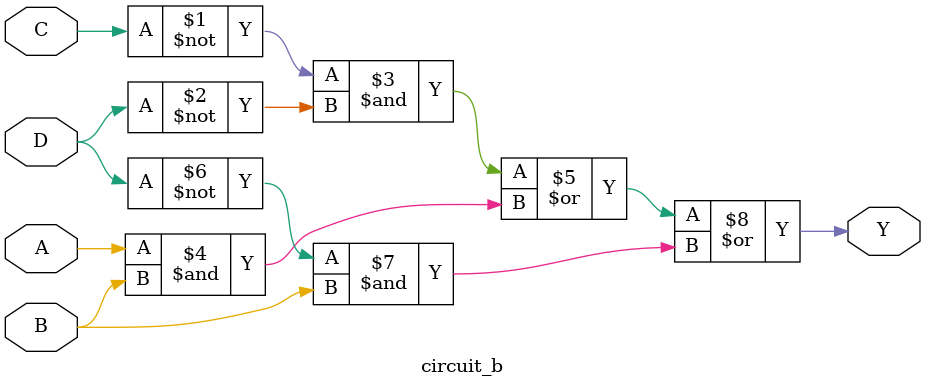
<source format=v>
module circuit_b(
    input A, B, C, D,
    output Y
);

assign Y = (~C & ~D) |
           (A & B) |
           (~D & B);

endmodule

</source>
